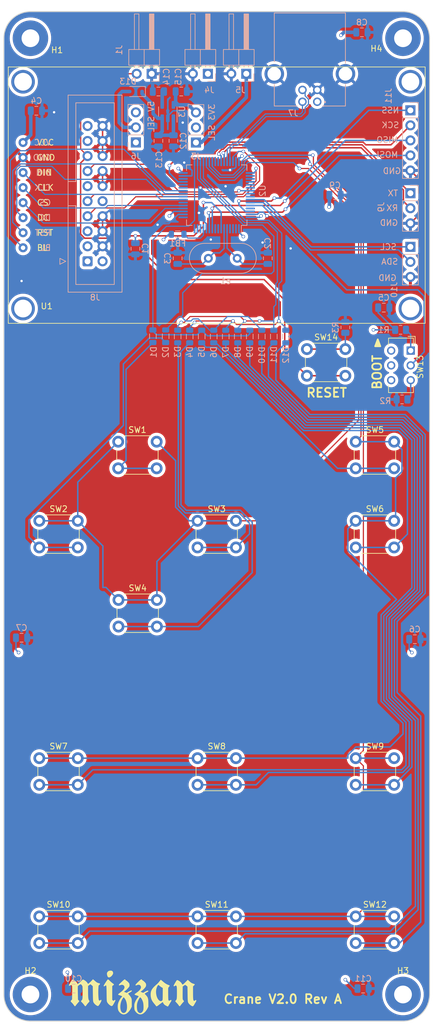
<source format=kicad_pcb>
(kicad_pcb (version 20221018) (generator pcbnew)
  (title_block (date "mar. 31 mars 2015"))
  (layers (0 "F.Cu" signal) (1 "In1.Cu" power) (2 "In2.Cu" power) (31 "B.Cu" signal) (34 "B.Paste" user) (35 "F.Paste" user) (36 "B.SilkS" user "B.Silkscreen") (37 "F.SilkS" user "F.Silkscreen") (38 "B.Mask" user) (39 "F.Mask" user) (44 "Edge.Cuts" user))
  (net 0 "")
  (net 1 "GND")
  (net 2 "+5V")
  (net 3 "+3V3")
  (net 4 "LCD_CLK")
  (net 5 "LCD_DIN")
  (net 6 "LCD_CS")
  (net 7 "LCD_BL")
  (net 8 "LCD_RST")
  (net 9 "LCD_DC")
  (net 10 "SW_C0")
  (net 11 "SW_C1")
  (net 12 "SW_C2")
  (net 13 "NRST")
  (net 14 "Net-(U2-PH0)")
  (net 15 "Net-(U2-PH1)")
  (net 16 "Net-(D13-K)")
  (net 17 "Net-(U3-BYP)")
  (net 18 "3.3V_REG")
  (net 19 "Net-(D1-A)")
  (net 20 "Net-(D2-A)")
  (net 21 "Net-(D3-A)")
  (net 22 "Net-(D4-A)")
  (net 23 "Net-(D5-A)")
  (net 24 "Net-(D6-A)")
  (net 25 "Net-(D7-A)")
  (net 26 "Net-(D8-A)")
  (net 27 "Net-(D9-A)")
  (net 28 "Net-(D10-A)")
  (net 29 "Net-(D11-A)")
  (net 30 "Net-(D12-A)")
  (net 31 "Net-(U2-VDDA)")
  (net 32 "BOOT0")
  (net 33 "3.3V_EXT")
  (net 34 "5V_EXT")
  (net 35 "USB_VBUS")
  (net 36 "USB_OTG_FS_D-")
  (net 37 "USB_OTG_FS_D+")
  (net 38 "JTMS_SWDIO")
  (net 39 "JTCK_SWCLK")
  (net 40 "JTDO_SWO")
  (net 66 "SW_R0")
  (net 67 "SW_R1")
  (net 68 "SW_R2")
  (net 69 "SW_R3")
  (net 74 "USART_TX")
  (net 75 "USART_RX")
  (net 76 "I2C_SCL")
  (net 77 "I2C_SDA")
  (net 78 "SPI_NSS")
  (net 79 "SPI_SCK")
  (net 80 "SPI_MISO")
  (net 81 "SPI_MOSI")
  (net 82 "Net-(R1-Pad2)")
  (net 83 "Net-(R2-Pad1)")
  (net 87 "Net-(R3-Pad2)")
  (footprint "Button_Switch_THT:SW_PUSH_6mm_H9.5mm" (layer "F.Cu") (at 97.56 208.7125)
    (fp_text reference "SW7")
    (fp_text value "SW_Push")
  )
  (footprint "Button_Switch_THT:SW_PUSH_6mm_H9.5mm" (layer "F.Cu") (at 97.56 168.625)
    (fp_text reference "SW2")
    (fp_text value "SW_Push")
  )
  (footprint "Button_Switch_THT:SW_PUSH_6mm_H9.5mm" (layer "F.Cu") (at 110.9475 181.9875)
    (fp_text reference "SW4")
    (fp_text value "SW_Push")
  )
  (footprint "Button_Switch_THT:SW_CuK_JS202011CQN_DPDT_Straight" (layer "F.Cu") (at 160.36 139.875 -90)
    (fp_text reference "SW13")
    (fp_text value "SW_Push_DPDT")
  )
  (footprint "MountingHole:MountingHole_3mm_Pad" (layer "F.Cu") (at 96.06 87.125)
    (fp_text reference "H1")
    (fp_text value "MountingHole")
  )
  (footprint "Button_Switch_THT:SW_PUSH_6mm_H9.5mm" (layer "F.Cu") (at 151.06 155.2625)
    (fp_text reference "SW5")
    (fp_text value "SW_Push")
  )
  (footprint "Button_Switch_THT:SW_PUSH_6mm_H9.5mm" (layer "F.Cu") (at 151.06 235.4375)
    (fp_text reference "SW12")
    (fp_text value "SW_Push")
  )
  (footprint "Button_Switch_THT:SW_PUSH_6mm_H9.5mm" (layer "F.Cu") (at 151.06 208.7125)
    (fp_text reference "SW9")
    (fp_text value "SW_Push")
  )
  (footprint "Waveshare_LCD_Module:Waveshare_LCD_Module_2_4in" (layer "F.Cu") (at 127.56 113.625)
    (fp_text reference "U1")
    (fp_text value "Waveshare_LCD_Module_2.4in")
  )
  (footprint "MountingHole:MountingHole_3mm_Pad" (layer "F.Cu") (at 96.06 248.625)
    (fp_text reference "H2")
    (fp_text value "MountingHole")
  )
  (footprint "Button_Switch_THT:SW_PUSH_6mm_H9.5mm" (layer "F.Cu") (at 124.31 235.4375)
    (fp_text reference "SW11")
    (fp_text value "SW_Push")
  )
  (footprint "Button_Switch_THT:SW_PUSH_6mm_H9.5mm" (layer "F.Cu") (at 142.81 139.625)
    (fp_text reference "SW14")
    (fp_text value "SW_Push")
  )
  (footprint "Button_Switch_THT:SW_PUSH_6mm_H9.5mm" (layer "F.Cu") (at 124.31 208.7125)
    (fp_text reference "SW8")
    (fp_text value "SW_Push")
  )
  (footprint "Button_Switch_THT:SW_PUSH_6mm_H9.5mm" (layer "F.Cu") (at 151.06 168.625)
    (fp_text reference "SW6")
    (fp_text value "SW_Push")
  )
  (footprint "MountingHole:MountingHole_3mm_Pad" (layer "F.Cu") (at 159.06 248.625)
    (fp_text reference "H3")
    (fp_text value "MountingHole")
  )
  (footprint "Button_Switch_THT:SW_PUSH_6mm_H9.5mm" (layer "F.Cu") (at 124.31 168.625)
    (fp_text reference "SW3")
    (fp_text value "SW_Push")
  )
  (footprint "Button_Switch_THT:SW_PUSH_6mm_H9.5mm" (layer "F.Cu") (at 97.56 235.4375)
    (fp_text reference "SW10")
    (fp_text value "SW_Push")
  )
  (footprint "MountingHole:MountingHole_3mm_Pad" (layer "F.Cu") (at 159.06 87.125)
    (fp_text reference "H4")
    (fp_text value "MountingHole")
  )
  (footprint "footprints:mizzan_logo" (layer "F.Cu") (at 113.336 249.261)
    (fp_text reference "G***" hide)
    (fp_text value "LOGO" hide)
  )
  (footprint "Button_Switch_THT:SW_PUSH_6mm_H9.5mm" (layer "F.Cu") (at 110.9 155.2625)
    (fp_text reference "SW1")
    (fp_text value "SW_Push")
  )
  (footprint "Connector_PinHeader_2.54mm:PinHeader_1x02_P2.54mm_Horizontal" (layer "B.Cu") (at 132.56 93.125 90)
    (fp_text reference "J5")
    (fp_text value "Conn_01x02_Male")
  )
  (footprint "Connector_PinHeader_2.54mm:PinHeader_1x05_P2.54mm_Vertical" (layer "B.Cu") (at 160.31 99.3 180)
    (fp_text reference "J11")
    (fp_text value "Conn_01x05")
  )
  (footprint "Capacitor_SMD:C_0805_2012Metric" (layer "B.Cu") (at 113.81 122.675 90)
    (fp_text reference "C1")
    (fp_text value "100nF")
  )
  (footprint "Capacitor_SMD:C_0805_2012Metric" (layer "B.Cu") (at 152.11 86.125 180)
    (fp_text reference "C8")
    (fp_text value "100nF")
  )
  (footprint "Capacitor_SMD:C_0805_2012Metric" (layer "B.Cu") (at 97.06 99.375 180)
    (fp_text reference "C4")
    (fp_text value "10nF")
  )
  (footprint "Inductor_SMD:L_0805_2012Metric" (layer "B.Cu") (at 122.988 137.501 -90)
    (fp_text reference "D4")
    (fp_text value "D")
  )
  (footprint "Connector_PinHeader_2.54mm:PinHeader_1x02_P2.54mm_Horizontal" (layer "B.Cu") (at 116.56 93.125 90)
    (fp_text reference "J1")
    (fp_text value "Conn_01x02_Male")
  )
  (footprint "Capacitor_SMD:C_0805_2012Metric" (layer "B.Cu") (at 121.56 96.125 180)
    (fp_text reference "C15")
    (fp_text value "1uF")
  )
  (footprint "Connector_IDC:IDC-Header_2x10_P2.54mm_Vertical" (layer "B.Cu") (at 105.716 124.801)
    (fp_text reference "J8")
    (fp_text value "Conn_ARM_JTAG_SWD_20")
  )
  (footprint "Inductor_SMD:L_0805_2012Metric" (layer "B.Cu") (at 131.116 137.501 -90)
    (fp_text reference "D8")
    (fp_text value "D")
  )
  (footprint "Inductor_SMD:L_0805_2012Metric" (layer "B.Cu") (at 133.148 137.501 -90)
    (fp_text reference "D9")
    (fp_text value "D")
  )
  (footprint "Inductor_SMD:L_0805_2012Metric" (layer "B.Cu") (at 118.924 137.4545 -90)
    (fp_text reference "D2")
    (fp_text value "D")
  )
  (footprint "Crystal:Crystal_HC49-U_Vertical" (layer "B.Cu") (at 131.026 124.293 180)
    (fp_text reference "e1")
    (fp_text value "9B-16.000MAAE-B")
  )
  (footprint "Capacitor_SMD:C_0805_2012Metric" (layer "B.Cu") (at 94.56 188.375 180)
    (fp_text reference "C7")
    (fp_text value "100nF")
  )
  (footprint "Capacitor_SMD:C_0805_2012Metric" (layer "B.Cu") (at 152.31 247.625 180)
    (fp_text reference "C11")
    (fp_text value "10uF")
  )
  (footprint "Connector_PinHeader_2.54mm:PinHeader_1x02_P2.54mm_Horizontal" (layer "B.Cu") (at 126.06 93.125 90)
    (fp_text reference "J4")
    (fp_text value "Conn_01x02_Male")
  )
  (footprint "Package_TO_SOT_SMD:SOT-23-5" (layer "B.Cu") (at 119.288 99.5095 90)
    (fp_text reference "U3")
    (fp_text value "LD3985M33R_SOT23")
  )
  (footprint "footprints:TE_292304-1" (layer "B.Cu") (at 143.31 93.14)
    (fp_text reference "J7")
    (fp_text value "292304-1")
  )
  (footprint "Inductor_SMD:L_0805_2012Metric" (layer "B.Cu") (at 120.956 120.229)
    (fp_text reference "FB1")
    (fp_text value "HZ0805E601R-10")
  )
  (footprint "Capacitor_SMD:C_0805_2012Metric" (layer "B.Cu") (at 117.698 96.125)
    (fp_text reference "C14")
    (fp_text value "10nF_X7R")
  )
  (footprint "Connector_PinHeader_2.54mm:PinHeader_1x03_P2.54mm_Vertical" (layer "B.Cu") (at 113.888 104.722)
    (fp_text reference "J6")
    (fp_text value "Conn_01x03_Male")
  )
  (footprint "Resistor_SMD:R_0805_2012Metric" (layer "B.Cu") (at 158.6475 136.375)
    (fp_text reference "R1")
    (fp_text value "10K")
  )
  (footprint "Diode_SMD:D_SOD-323" (layer "B.Cu") (at 113.888 96.125 180)
    (fp_text reference "D13")
    (fp_text value "BAT60AE6327HTSA1")
  )
  (footprint "Package_QFP:LQFP-64_10x10mm_P0.5mm" (layer "B.Cu") (at 127.56 113.625 90)
    (fp_text reference "U2")
    (fp_text value "STM32L476RGT6")
  )
  (footprint "Connector_PinHeader_2.54mm:PinHeader_1x03_P2.54mm_Vertical" (layer "B.Cu") (at 160.31 113.3 180)
    (fp_text reference "J9")
    (fp_text value "Conn_01x03")
  )
  (footprint "Inductor_SMD:L_0805_2012Metric" (layer "B.Cu") (at 139.244 137.501 -90)
    (fp_text reference "D12")
    (fp_text value "D")
  )
  (footprint "Capacitor_SMD:C_0805_2012Metric" (layer "B.Cu") (at 103.36 247.625 180)
    (fp_text reference "C10")
    (fp_text value "1uF")
  )
  (footprint "Resistor_SMD:R_0805_2012Metric" (layer "B.Cu") (at 158.8975 148.125 180)
    (fp_text reference "R2")
    (fp_text value "10K")
  )
  (footprint "Inductor_SMD:L_0805_2012Metric" (layer "B.Cu") (at 127.052 137.501 -90)
    (fp_text reference "D6")
    (fp_text value "D")
  )
  (footprint "Capacitor_SMD:C_0805_2012Metric" (layer "B.Cu") (at 161.06 188.625 180)
    (fp_text reference "C6")
    (fp_text value "100nF")
  )
  (footprint "Capacitor_SMD:C_0805_2012Metric" (layer "B.Cu") (at 117.698 104.457 90)
    (fp_text reference "C13")
    (fp_text value "100nF")
  )
  (footprint "Inductor_SMD:L_0805_2012Metric" (layer "B.Cu") (at 137.212 137.501 -90)
    (fp_text reference "D11")
    (fp_text value "D")
  )
  (footprint "Capacitor_SMD:C_0805_2012Metric" (layer "B.Cu") (at 136.196 124.293 -90)
    (fp_text reference "C2")
    (fp_text value "20pF")
  )
  (footprint "Capacitor_SMD:C_0805_2012Metric" (layer "B.Cu") (at 155.81 132.625 180)
    (fp_text reference "C5")
    (fp_text value "10nF")
  )
  (footprint "Inductor_SMD:L_0805_2012Metric" (layer "B.Cu") (at 116.765 137.4545 -90)
    (fp_text reference "D1")
    (fp_text value "D")
  )
  (footprint "Inductor_SMD:L_0805_2012Metric" (layer "B.Cu") (at 120.956 137.501 -90)
    (fp_text reference "D3")
    (fp_text value "D")
  )
  (footprint "Connector_PinHeader_2.54mm:PinHeader_1x03_P2.54mm_Vertical" (layer "B.Cu") (at 124.048 104.737)
    (fp_text reference "J3")
    (fp_text value "Conn_01x03_Male")
  )
  (footprint "Inductor_SMD:L_0805_2012Metric" (layer "B.Cu") (at 129.084 137.501 -90)
    (fp_text reference "D7")
    (fp_text value "D")
  )
  (footprint "Capacitor_SMD:C_0805_2012Metric" (layer "B.Cu") (at 120.956 124.293 -90)
    (fp_text reference "C3")
    (fp_text value "20pF")
  )
  (footprint "Resistor_SMD:R_0805_2012Metric" (layer "B.Cu") (at 149.31 135.9625 -90)
    (fp_text reference "R3")
    (fp_text value "100")
  )
  (footprint "Capacitor_SMD:C_0805_2012Metric" (layer "B.Cu") (at 147.56 113.625 180)
    (fp_text reference "C9")
    (fp_text value "100nF")
  )
  (footprint "Connector_PinHeader_2.54mm:PinHeader_1x03_P2.54mm_Vertical" (layer "B.Cu") (at 160.31 122.355 180)
    (fp_text reference "J10")
    (fp_text value "Conn_01x03")
  )
  (footprint "Inductor_SMD:L_0805_2012Metric" (layer "B.Cu") (at 125.02 137.501 -90)
    (fp_text reference "D5")
    (fp_text value "D")
  )
  (footprint "Capacitor_SMD:C_0805_2012Metric" (layer "B.Cu") (at 120.238 104.457 90)
    (fp_text reference "C12")
    (fp_text value "1uF_X5R")
  )
  (footprint "Inductor_SMD:L_0805_2012Metric" (layer "B.Cu") (at 135.18 137.501 -90)
    (fp_text reference "D10")
    (fp_text value "D")
  )
  (gr_line (start 91.56 248.625) (end 91.56 87.125) (stroke (width 0.15)) (layer "Edge.Cuts"))
  (gr_arc (start 159.06 82.625) (mid 162.241981 83.943019) (end 163.56 87.125) (stroke (width 0.15)) (layer "Edge.Cuts"))
  (gr_arc (start 163.56 248.625) (mid 162.241981 251.806981) (end 159.06 253.125) (stroke (width 0.15)) (layer "Edge.Cuts"))
  (gr_arc (start 91.56 87.125) (mid 92.878019 83.943019) (end 96.06 82.625) (stroke (width 0.15)) (layer "Edge.Cuts"))
  (gr_line (start 159.06 253.125) (end 96.06 253.125) (stroke (width 0.15)) (layer "Edge.Cuts"))
  (gr_arc (start 96.06 253.125) (mid 92.878019 251.806981) (end 91.56 248.625) (stroke (width 0.15)) (layer "Edge.Cuts"))
  (gr_line (start 163.56 87.125) (end 163.56 248.625) (stroke (width 0.15)) (layer "Edge.Cuts"))
  (gr_line (start 96.06 82.625) (end 159.06 82.625) (stroke (width 0.15)) (layer "Edge.Cuts"))
  (gr_text "RX" (at 158.31 116.38) (layer "B.SilkS") (effects (font (size 1 1)) (justify left bottom mirror)))
  (gr_text "GND" (at 158.31 118.88) (layer "B.SilkS") (effects (font (size 1 1)) (justify left bottom mirror)))
  (gr_text "GND" (at 158.06 128.185) (layer "B.SilkS") (effects (font (size 1 1)) (justify left bottom mirror)))
  (gr_text "NSS" (at 158.48738 99.88) (layer "B.SilkS") (effects (font (size 1 1)) (justify left bottom mirror)))
  (gr_text "MOSI\n" (at 158.31 107.38) (layer "B.SilkS") (effects (font (size 1 1)) (justify left bottom mirror)))
  (gr_text "GND" (at 158.81 110.13) (layer "B.SilkS") (effects (font (size 1 1)) (justify left bottom mirror)))
  (gr_text "5V SEL" (at 117.06 97.625 90) (layer "B.SilkS") (effects (font (size 1 1)) (justify left bottom mirror)))
  (gr_text "SCL" (at 158.06 122.935) (layer "B.SilkS") (effects (font (size 1 1)) (justify left bottom mirror)))
  (gr_text "MISO" (at 158.31 104.88) (layer "B.SilkS") (effects (font (size 1 1)) (justify left bottom mirror)))
  (gr_text "SCK" (at 158.48738 102.38) (layer "B.SilkS") (effects (font (size 1 1)) (justify left bottom mirror)))
  (gr_text "SDA" (at 158.31 125.435) (layer "B.SilkS") (effects (font (size 1 1)) (justify left bottom mirror)))
  (gr_text "TX" (at 158.31 113.88) (layer "B.SilkS") (effects (font (size 1 1)) (justify left bottom mirror)))
  (gr_text "3V3 SEL" (at 127.31 98.125 90) (layer "B.SilkS") (effects (font (size 1 1)) (justify left bottom mirror)))
  (gr_text "Crane V2.0 Rev A" (at 128.576 250.277) (layer "F.SilkS") (effects (font (size 1.5 1.5) (thickness 0.3) bold) (justify left bottom)))
  (gr_text "BOOT ► " (at 155.56 146.625 90) (layer "F.SilkS") (effects (font (size 1.5 1.5) (thickness 0.3) bold) (justify left bottom)))
  (gr_text "RESET\n" (at 142.56 147.875) (layer "F.SilkS") (effects (font (size 1.5 1.5) (thickness 0.3) bold) (justify left bottom)))
  (segment (start 162.06 117.125) (end 161.565 117.125) (width 0.25) (layer "F.Cu") (net 1))
  (segment (start 160.31 109.46) (end 162.06 111.21) (width 0.25) (layer "F.Cu") (net 1))
  (segment (start 108.256 109.561) (end 108.256 112.101) (width 0.25) (layer "F.Cu") (net 1))
  (segment (start 108.256 117.181) (end 108.256 119.721) (width 0.25) (layer "F.Cu") (net 1))
  (segment (start 108.256 101.941) (end 108.256 107.021) (width 0.25) (layer "F.Cu") (net 1))
  (segment (start 162.06 111.21) (end 162.06 117.125) (width 0.25) (layer "F.Cu") (net 1))
  (segment (start 161.565 117.125) (end 160.31 118.38) (width 0.25) (layer "F.Cu") (net 1))
  (via (at 100.06 99.625) (size 0.6) (drill 0.4) (layers "F.Cu" "B.Cu") (net 1))
  (via (at 122.06 108.125) (size 0.6) (drill 0.4) (layers "F.Cu" "B.Cu") (net 1))
  (via (at 140.06 122.625) (size 0.6) (drill 0.4) (layers "F.Cu" "B.Cu") (net 1))
  (via (at 94.56 128.125) (size 0.6) (drill 0.4) (layers "F.Cu" "B.Cu") (net 1))
  (via (at 117.56 118.625) (size 0.6) (drill 0.4) (layers "F.Cu" "B.Cu") (net 1))
  (via (at 124.81 112.375) (size 0.6) (drill 0.4) (layers "F.Cu" "B.Cu") (net 1))
  (via (at 129.81 109.375) (size 0.6) (drill 0.4) (layers "F.Cu" "B.Cu") (net 1))
  (via (at 129.06 112.125) (size 0.6) (drill 0.4) (layers "F.Cu" "B.Cu") (net 1))
  (via (at 135.31 121.625) (size 0.6) (drill 0.4) (layers "F.Cu" "B.Cu") (net 1))
  (via (at 136.06 117.125) (size 0.6) (drill 0.4) (layers "F.Cu" "B.Cu") (net 1))
  (via (at 124.56 116.625) (size 0.6) (drill 0.4) (layers "F.Cu" "B.Cu") (net 1))
  (via (at 126.56 121.125) (size 0.6) (drill 0.4) (layers "F.Cu" "B.Cu") (net 1))
  (via (at 121.81 101.375) (size 0.6) (drill 0.4) (layers "F.Cu" "B.Cu") (net 1))
  (segment (start 125.81 118.459315) (end 124.56 117.209315) (width 0.25) (layer "B.Cu") (net 1))
  (segment (start 120.175749 99.375) (end 120.81 99.375) (width 0.25) (layer "B.Cu") (net 1))
  (segment (start 135.435 116.5) (end 136.06 117.125) (width 0.25) (layer "B.Cu") (net 1))
  (segment (start 119.288 100.262749) (end 120.175749 99.375) (width 0.25) (layer "B.Cu") (net 1))
  (segment (start 133.235 116.875) (end 134.426116 116.875) (width 0.25) (layer "B.Cu") (net 1))
  (segment (start 99.81 99.375) (end 100.06 99.625) (width 0.25) (layer "B.Cu") (net 1))
  (segment (start 116.748 96.125) (end 116.56 95.937) (width 0.25) (layer "B.Cu") (net 1))
  (segment (start 130.81 107.95) (end 130.81 108.875) (width 0.25) (layer "B.Cu") (net 1))
  (segment (start 120.81 99.375) (end 121.81 100.375) (width 0.25) (layer "B.Cu") (net 1))
  (segment (start 119.469315 118.45) (end 117.735 118.45) (width 0.25) (layer "B.Cu") (net 1))
  (segment (start 116.56 95.937) (end 116.56 93.125) (width 0.25) (layer "B.Cu") (net 1))
  (segment (start 121.885 116.875) (end 121.044315 116.875) (width 0.25) (layer "B.Cu") (net 1))
  (segment (start 119.288 100.647) (end 119.188 100.547) (width 0.25) (layer "B.Cu") (net 1))
  (segment (start 121.885 110.375) (end 123.31 110.375) (width 0.25) (layer "B.Cu") (net 1))
  (segment (start 134.426116 116.875) (end 134.801116 116.5) (width 0.25) (layer "B.Cu") (net 1))
  (segment (start 123.385 109.45) (end 122.06 108.125) (width 0.25) (layer "B.Cu") (net 1))
  (segment (start 134.801116 116.5) (end 135.435 116.5) (width 0.25) (layer "B.Cu") (net 1))
  (segment (start 130.06 109.125) (end 129.81 109.375) (width 0.25) (layer "B.Cu") (net 1))
  (segment (start 117.735 118.45) (end 117.56 118.625) (width 0.25) (layer "B.Cu") (net 1))
  (segment (start 119.288 100.647) (end 119.288 100.262749) (width 0.25) (layer "B.Cu") (net 1))
  (segment (start 130.81 108.875) (end 130.56 109.125) (width 0.25) (layer "B.Cu") (net 1))
  (segment (start 124.56 117.209315) (end 124.56 116.625) (width 0.25) (layer "B.Cu") (net 1))
  (segment (start 121.81 100.375) (end 121.81 101.375) (width 0.25) (layer "B.Cu") (net 1))
  (segment (start 123.31 110.375) (end 123.385 110.3) (width 0.25) (layer "B.Cu") (net 1))
  (segment (start 98.01 99.375) (end 99.81 99.375) (width 0.25) (layer "B.Cu") (net 1))
  (segment (start 130.56 109.125) (end 130.06 109.125) (width 0.25) (layer "B.Cu") (net 1))
  (segment (start 121.044315 116.875) (end 119.469315 118.45) (width 0.25) (layer "B.Cu") (net 1))
  (segment (start 123.385 110.3) (end 123.385 109.45) (width 0.25) (layer "B.Cu") (net 1))
  (segment (start 125.81 119.3) (end 125.81 118.459315) (width 0.25) (layer "B.Cu") (net 1))
  (segment (start 112.838 96.125) (end 111.56 96.125) (width 0.6) (layer "B.Cu") (net 2))
  (segment (start 111.06 96.625) (end 111.06 101.375) (width 0.6) (layer "B.Cu") (net 2))
  (segment (start 111.06 101.375) (end 111.867 102.182) (width 0.6) (layer "B.Cu") (net 2))
  (segment (start 111.56 96.125) (end 111.06 96.625) (width 0.6) (layer "B.Cu") (net 2))
  (segment (start 111.867 102.182) (end 113.888 102.182) (width 0.6) (layer "B.Cu") (net 2))
  (via (at 148.56 86.625) (size 0.6) (drill 0.4) (layers "F.Cu" "B.Cu") (net 3))
  (via (at 119.56 117.125) (size 0.6) (drill 0.4) (layers "F.Cu" "B.Cu") (net 3))
  (via (at 146.56 115.625) (size 0.6) (drill 0.4) (layers "F.Cu" "B.Cu") (net 3))
  (via (at 131.823848 107.013329) (size 0.6) (drill 0.4) (layers "F.Cu" "B.Cu") (net 3))
  (via (at 135.06 117.125) (size 0.6) (drill 0.4) (layers "F.Cu" "B.Cu") (net 3))
  (via (at 102.31 244.875) (size 0.6) (drill 0.4) (layers "F.Cu" "B.Cu") (net 3))
  (via (at 154.06 136.375) (size 0.6) (drill 0.4) (layers "F.Cu" "B.Cu") (net 3))
  (via (at 121.06 109.125) (size 0.6) (drill 0.4) (layers "F.Cu" "B.Cu") (net 3))
  (via (at 94.06 190.875) (size 0.6) (drill 0.4) (layers "F.Cu" "B.Cu") (net 3))
  (via (at 118.56 121.125) (size 0.6) (drill 0.4) (layers "F.Cu" "B.Cu") (net 3))
  (via (at 160.56 190.875) (size 0.6) (drill 0.4) (layers "F.Cu" "B.Cu") (net 3))
  (via (at 132.06 120.625) (size 0.6) (drill 0.4) (layers "F.Cu" "B.Cu") (net 3))
  (via (at 149.31 246.125) (size 0.6) (drill 0.4) (layers "F.Cu" "B.Cu") (net 3))
  (segment (start 93.61 190.425) (end 94.06 190.875) (width 0.25) (layer "B.Cu") (net 3))
  (segment (start 146.61 115.575) (end 146.56 115.625) (width 0.6) (layer "B.Cu") (net 3))
  (segment (start 121.885 116.375) (end 120.31 116.375) (width 0.25) (layer "B.Cu") (net 3))
  (segment (start 151.16 86.125) (end 149.06 86.125) (width 0.6) (layer "B.Cu") (net 3))
  (segment (start 160.11 188.625) (end 160.11 190.425) (width 0.25) (layer "B.Cu") (net 3))
  (segment (start 102.41 247.625) (end 102.41 244.975) (width 0.25) (layer "B.Cu") (net 3))
  (segment (start 96.11 99.375) (end 96.11 103.435) (width 0.6) (layer "B.Cu") (net 3))
  (segment (start 120.31 116.375) (end 119.56 117.125) (width 0.25) (layer "B.Cu") (net 3))
  (segment (start 133.235 117.375) (end 134.81 117.375) (width 0.25) (layer "B.Cu") (net 3))
  (segment (start 96.11 103.435) (end 94.81 104.735) (width 0.6) (layer "B.Cu") (net 3))
  (segment (start 134.81 117.375) (end 135.06 117.125) (width 0.25) (layer "B.Cu") (net 3))
  (segment (start 121.885 109.875) (end 121.81 109.875) (width 0.25) (layer "B.Cu") (net 3))
  (segment (start 146.61 113.625) (end 146.61 115.575) (width 0.6) (layer "B.Cu") (net 3))
  (segment (start 151.36 247.625) (end 150.81 247.625) (width 0.25) (layer "B.Cu") (net 3))
  (segment (start 121.81 109.875) (end 121.06 109.125) (width 0.25) (layer "B.Cu") (net 3))
  (segment (start 150.81 247.625) (end 149.31 246.125) (width 0.25) (layer "B.Cu") (net 3))
  (segment (start 119.8935 120.229) (end 119.456 120.229) (width 0.25) (layer "B.Cu") (net 3))
  (segment (start 131.31 107.527177) (end 131.31 107.95) (width 0.25) (layer "B.Cu") (net 3))
  (segment (start 131.31 119.875) (end 132.06 120.625) (width 0.25) (layer "B.Cu") (net 3))
  (segment (start 131.31 119.3) (end 131.31 119.875) (width 0.25) (layer "B.Cu") (net 3))
  (segment (start 154.86 133.5) (end 157.735 136.375) (width 0.25) (layer "B.Cu") (net 3))
  (segment (start 160.11 190.425) (end 160.56 190.875) (width 0.25) (layer "B.Cu") (net 3))
  (segment (start 131.823848 107.013329) (end 131.31 107.527177) (width 0.25) (layer "B.Cu") (net 3))
  (segment (start 119.456 120.229) (end 118.56 121.125) (width 0.25) (layer "B.Cu") (net 3))
  (segment (start 149.06 86.125) (end 148.56 86.625) (width 0.6) (layer "B.Cu") (net 3))
  (segment (start 157.735 136.375) (end 154.06 136.375) (width 0.25) (layer "B.Cu") (net 3))
  (segment (start 102.41 244.975) (end 102.31 244.875) (width 0.25) (layer "B.Cu") (net 3))
  (segment (start 93.61 188.375) (end 93.61 190.425) (width 0.25) (layer "B.Cu") (net 3))
  (segment (start 154.86 132.625) (end 154.86 133.5) (width 0.25) (layer "B.Cu") (net 3))
  (segment (start 108.732346 115.791) (end 109.148346 115.375) (width 0.2) (layer "B.Cu") (net 4))
  (segment (start 94.81 112.355) (end 98.246 115.791) (width 0.2) (layer "B.Cu") (net 4))
  (segment (start 98.246 115.791) (end 108.732346 115.791) (width 0.2) (layer "B.Cu") (net 4))
  (segment (start 109.148346 115.375) (end 121.885 115.375) (width 0.2) (layer "B.Cu") (net 4))
  (segment (start 118.06 114.375) (end 121.885 114.375) (width 0.2) (layer "B.Cu") (net 5))
  (segment (start 98.486 113.491) (end 117.176 113.491) (width 0.2) (layer "B.Cu") (net 5))
  (segment (start 94.81 109.815) (end 98.486 113.491) (width 0.2) (layer "B.Cu") (net 5))
  (segment (start 117.176 113.491) (end 118.06 114.375) (width 0.2) (layer "B.Cu") (net 5))
  (segment (start 94.81 114.895) (end 98.246 118.331) (width 0.2) (layer "B.Cu") (net 6))
  (segment (start 116.354 118.331) (end 118.81 115.875) (width 0.2) (layer "B.Cu") (net 6))
  (segment (start 118.81 115.875) (end 121.885 115.875) (width 0.2) (layer "B.Cu") (net 6))
  (segment (start 98.246 118.331) (end 116.354 118.331) (width 0.2) (layer "B.Cu") (net 6))
  (segment (start 118.875686 112.875) (end 121.885 112.875) (width 0.2) (layer "B.Cu") (net 7))
  (segment (start 95.56 106.125) (end 95.814 105.871) (width 0.2) (layer "B.Cu") (net 7))
  (segment (start 95.814 105.871) (end 111.871686 105.871) (width 0.2) (layer "B.Cu") (net 7))
  (segment (start 94.81 122.515) (end 92.66 120.365) (width 0.2) (layer "B.Cu") (net 7))
  (segment (start 94.31 106.125) (end 95.56 106.125) (width 0.2) (layer "B.Cu") (net 7))
  (segment (start 111.871686 105.871) (end 118.875686 112.875) (width 0.2) (layer "B.Cu") (net 7))
  (segment (start 92.66 120.365) (end 92.66 107.775) (width 0.2) (layer "B.Cu") (net 7))
  (segment (start 92.66 107.775) (end 94.31 106.125) (width 0.2) (layer "B.Cu") (net 7))
  (segment (start 118.81 113.375) (end 121.885 113.375) (width 0.2) (layer "B.Cu") (net 8))
  (segment (start 93.06 118.225) (end 93.06 109.49742) (width 0.2) (layer "B.Cu") (net 8))
  (segment (start 94.81 119.975) (end 93.06 118.225) (width 0.2) (layer "B.Cu") (net 8))
  (segment (start 113.788 108.353) (end 118.81 113.375) (width 0.2) (layer "B.Cu") (net 8))
  (segment (start 93.06 109.49742) (end 94.20442 108.353) (width 0.2) (layer "B.Cu") (net 8))
  (segment (start 94.20442 108.353) (end 113.788 108.353) (width 0.2) (layer "B.Cu") (net 8))
  (segment (start 115.636 110.951) (end 118.56 113.875) (width 0.2) (layer "B.Cu") (net 9))
  (segment (start 93.748 116.373) (end 93.748 109.375105) (width 0.2) (layer "B.Cu") (net 9))
  (segment (start 99.688 108.753) (end 101.886 110.951) (width 0.2) (layer "B.Cu") (net 9))
  (segment (start 118.56 113.875) (end 121.885 113.875) (width 0.2) (layer "B.Cu") (net 9))
  (segment (start 93.748 109.375105) (end 94.370105 108.753) (width 0.2) (layer "B.Cu") (net 9))
  (segment (start 94.81 117.435) (end 93.748 116.373) (width 0.2) (layer "B.Cu") (net 9))
  (segment (start 94.370105 108.753) (end 99.688 108.753) (width 0.2) (layer "B.Cu") (net 9))
  (segment (start 101.886 110.951) (end 115.636 110.951) (width 0.2) (layer "B.Cu") (net 9))
  (segment (start 145.96 112.025) (end 146.21 112.025) (width 0.2) (layer "F.Cu") (net 10))
  (segment (start 143.06 109.125) (end 145.96 112.025) (width 0.2) (layer "F.Cu") (net 10))
  (segment (start 134.56 168.625) (end 130.81 168.625) (width 0.2) (layer "F.Cu") (net 10))
  (segment (start 146.21 112.025) (end 151.56 117.375) (width 0.2) (layer "F.Cu") (net 10))
  (segment (start 151.56 151.625) (end 134.56 168.625) (width 0.2) (layer "F.Cu") (net 10))
  (segment (start 141.56 109.125) (end 143.06 109.125) (width 0.2) (layer "F.Cu") (net 10))
  (segment (start 151.56 117.375) (end 151.56 151.625) (width 0.2) (layer "F.Cu") (net 10))
  (via (at 141.56 109.125) (size 0.6) (drill 0.4) (layers "F.Cu" "B.Cu") (net 10))
  (segment (start 120.61 158.4725) (end 117.4 155.2625) (width 0.25) (layer "B.Cu") (net 10))
  (segment (start 104.06 162.1025) (end 110.9 155.2625) (width 0.25) (layer "B.Cu") (net 10))
  (segment (start 104.06 168.625) (end 97.56 168.625) (width 0.25) (layer "B.Cu") (net 10))
  (segment (start 104.06 168.625) (end 104.06 162.1025) (width 0.25) (layer "B.Cu") (net 10))
  (segment (start 140.56 108.125) (end 141.56 109.125) (width 0.2) (layer "B.Cu") (net 10))
  (segment (start 104.06 168.625) (end 108.31 172.875) (width 0.25) (layer "B.Cu") (net 10))
  (segment (start 132.609999 108.325001) (end 132.81 108.125) (width 0.2) (layer "B.Cu") (net 10))
  (segment (start 117.4475 181.9875) (end 117.4475 175.4875) (width 0.25) (layer "B.Cu") (net 10))
  (segment (start 108.31 172.875) (end 108.31 179.875) (width 0.25) (layer "B.Cu") (net 10))
  (segment (start 128.0483 111.125) (end 130.571701 111.125) (width 0.2) (layer "B.Cu") (net 10))
  (segment (start 124.31 168.625) (end 130.81 168.625) (width 0.25) (layer "B.Cu") (net 10))
  (segment (start 132.61 109.086701) (end 132.609999 108.325001) (width 0.2) (layer "B.Cu") (net 10))
  (segment (start 108.31 179.875) (end 108.835 179.875) (width 0.25) (layer "B.Cu") (net 10))
  (segment (start 132.81 108.125) (end 140.56 108.125) (width 0.2) (layer "B.Cu") (net 10))
  (segment (start 117.4475 175.4875) (end 124.31 168.625) (width 0.25) (layer "B.Cu") (net 10))
  (segment (start 117.4475 181.9875) (end 110.9475 181.9875) (width 0.25) (layer "B.Cu") (net 10))
  (segment (start 125.81 108.8867) (end 128.0483 111.125) (width 0.2) (layer "B.Cu") (net 10))
  (segment (start 120.61 166.311396) (end 120.61 158.4725) (width 0.25) (layer "B.Cu") (net 10))
  (segment (start 124.31 168.625) (end 122.923604 168.625) (width 0.25) (layer "B.Cu") (net 10))
  (segment (start 130.571701 111.125) (end 132.61 109.086701) (width 0.2) (layer "B.Cu") (net 10))
  (segment (start 122.923604 168.625) (end 120.61 166.311396) (width 0.25) (layer "B.Cu") (net 10))
  (segment (start 125.81 107.95) (end 125.81 108.8867) (width 0.2) (layer "B.Cu") (net 10))
  (segment (start 108.835 179.875) (end 110.9475 181.9875) (width 0.25) (layer "B.Cu") (net 10))
  (segment (start 143.31 108.375) (end 151.96 117.025) (width 0.2) (layer "F.Cu") (net 11))
  (segment (start 151.96 154.3625) (end 151.06 155.2625) (width 0.2) (layer "F.Cu") (net 11))
  (segment (start 151.96 117.025) (end 151.96 154.3625) (width 0.2) (layer "F.Cu") (net 11))
  (via (at 143.31 108.375) (size 0.6) (drill 0.4) (layers "F.Cu" "B.Cu") (net 11))
  (segment (start 143.31 107.875) (end 143.31 108.375) (width 0.2) (layer "B.Cu") (net 11))
  (segment (start 157.56 168.625) (end 151.06 168.625) (width 0.25) (layer "B.Cu") (net 11))
  (segment (start 158.885 156.5875) (end 158.885 160.311333) (width 0.25) (layer "B.Cu") (net 11))
  (segment (start 130.81 208.7125) (end 149.735 208.7125) (width 0.25) (layer "B.Cu") (net 11))
  (segment (start 157.56 155.2625) (end 158.885 156.5875) (width 0.25) (layer "B.Cu") (net 11))
  (segment (start 159.06 204.625) (end 159.06 202.80698) (width 0.25) (layer "B.Cu") (net 11))
  (segment (start 104.06 208.7125) (end 124.31 208.7125) (width 0.25) (layer "B.Cu") (net 11))
  (segment (start 159.06 202.80698) (end 155.36 199.10698) (width 0.25) (layer "B.Cu") (net 11))
  (segment (start 158.885 160.311333) (end 157.81 161.386333) (width 0.25) (layer "B.Cu") (net 11))
  (segment (start 132.21 108.040686) (end 132.875686 107.375) (width 0.2) (layer "B.Cu") (net 11))
  (segment (start 130.506015 110.625) (end 132.21 108.921015) (width 0.2) (layer "B.Cu") (net 11))
  (segment (start 157.81 168.375) (end 157.56 168.625) (width 0.25) (layer "B.Cu") (net 11))
  (segment (start 126.31 107.95) (end 126.31 108.821015) (width 0.2) (layer "B.Cu") (net 11))
  (segment (start 151.073667 206.825) (end 156.86 206.825) (width 0.25) (layer "B.Cu") (net 11))
  (segment (start 155.36 184.506624) (end 157.963895 181.902728) (width 0.25) (layer "B.Cu") (net 11))
  (segment (start 149.735 169.95) (end 151.06 168.625) (width 0.25) (layer "B.Cu") (net 11))
  (segment (start 149.735 208.163667) (end 151.073667 206.825) (width 0.25) (layer "B.Cu") (net 11))
  (segment (start 151.06 155.2625) (end 157.56 155.2625) (width 0.25) (layer "B.Cu") (net 11))
  (segment (start 132.875686 107.375) (end 142.81 107.375) (width 0.2) (layer "B.Cu") (net 11))
  (segment (start 149.735 208.7125) (end 149.735 208.163667) (width 0.25) (layer "B.Cu") (net 11))
  (segment (start 142.81 107.375) (end 143.31 107.875) (width 0.2) (layer "B.Cu") (net 11))
  (segment (start 156.86 206.825) (end 159.06 204.625) (width 0.25) (layer "B.Cu") (net 11))
  (segment (start 157.81 161.386333) (end 157.81 168.375) (width 0.25) (layer "B.Cu") (net 11))
  (segment (start 157.963895 181.902728) (end 149.735 173.673833) (width 0.25) (layer "B.Cu") (net 11))
  (segment (start 126.31 108.821015) (end 128.113985 110.625) (width 0.2) (layer "B.Cu") (net 11))
  (segment (start 104.06 208.7125) (end 97.56 208.7125) (width 0.25) (layer "B.Cu") (net 11))
  (segment (start 149.735 173.673833) (end 149.735 169.95) (width 0.25) (layer "B.Cu") (net 11))
  (segment (start 124.31 208.7125) (end 130.81 208.7125) (width 0.25) (layer "B.Cu") (net 11))
  (segment (start 155.36 199.10698) (end 155.36 184.506624) (width 0.25) (layer "B.Cu") (net 11))
  (segment (start 128.113985 110.625) (end 130.506015 110.625) (width 0.2) (layer "B.Cu") (net 11))
  (segment (start 132.21 108.921015) (end 132.21 108.040686) (width 0.2) (layer "B.Cu") (net 11))
  (segment (start 152.36 210.0125) (end 152.36 234.1375) (width 0.2) (layer "F.Cu") (net 12))
  (segment (start 152.36 116.859314) (end 152.36 207.4125) (width 0.2) (layer "F.Cu") (net 12))
  (segment (start 151.06 208.7125) (end 152.36 210.0125) (width 0.2) (layer "F.Cu") (net 12))
  (segment (start 152.36 207.4125) (end 151.06 208.7125) (width 0.2) (layer "F.Cu") (net 12))
  (segment (start 143.91 108.409314) (end 152.36 116.859314) (width 0.2) (layer "F.Cu") (net 12))
  (segment (start 143.91 106.975) (end 143.91 108.409314) (width 0.2) (layer "F.Cu") (net 12))
  (segment (start 143.81 106.875) (end 143.91 106.975) (width 0.2) (layer "F.Cu") (net 12))
  (segment (start 152.36 234.1375) (end 151.06 235.4375) (width 0.2) (layer "F.Cu") (net 12))
  (via (at 143.81 106.875) (size 0.6) (drill 0.4) (layers "F.Cu" "B.Cu") (net 12))
  (segment (start 130.81 235.4375) (end 151.06 235.4375) (width 0.25) (layer "B.Cu") (net 12))
  (segment (start 128.27967 110.225) (end 130.34033 110.225) (width 0.2) (layer "B.Cu") (net 12))
  (segment (start 126.81 108.75533) (end 128.27967 110.225) (width 0.2) (layer "B.Cu") (net 12))
  (segment (start 97.56 235.4375) (end 104.06 235.4375) (width 0.25) (layer "B.Cu") (net 12))
  (segment (start 131.81 108.75533) (end 131.81 107.875) (width 0.2) (layer "B.Cu") (net 12))
  (segment (start 126.81 107.95) (end 126.81 108.75533) (width 0.2) (layer "B.Cu") (net 12))
  (segment (start 104.06 235.4375) (end 124.31 235.4375) (width 0.25) (layer "B.Cu") (net 12))
  (segment (start 132.81 106.875) (end 143.81 106.875) (width 0.2) (layer "B.Cu") (net 12))
  (segment (start 151.06 235.4375) (end 157.56 235.4375) (width 0.25) (layer "B.Cu") (net 12))
  (segment (start 130.34033 110.225) (end 131.81 108.75533) (width 0.2) (layer "B.Cu") (net 12))
  (segment (start 131.81 107.875) (end 132.81 106.875) (width 0.2) (layer "B.Cu") (net 12))
  (segment (start 124.31 235.4375) (end 130.81 235.4375) (width 0.25) (layer "B.Cu") (net 12))
  (segment (start 151.06 208.7125) (end 157.56 208.7125) (width 0.25) (layer "B.Cu") (net 12))
  (segment (start 139.06 140.375) (end 139.06 131.375) (width 0.25) (layer "F.Cu") (net 13))
  (segment (start 110.185 120.5) (end 115.81 120.5) (width 0.25) (layer "F.Cu") (net 13))
  (segment (start 104.56 115.146701) (end 104.541 115.165701) (width 0.25) (layer "F.Cu") (net 13))
  (segment (start 119.81 127.875) (end 115.81 123.875) (width 0.25) (layer "F.Cu") (net 13))
  (segment (start 105.716 107.021) (end 104.56 105.865) (width 0.2) (layer "F.Cu") (net 13))
  (segment (start 142.81 144.125) (end 139.06 140.375) (width 0.25) (layer "F.Cu") (net 13))
  (segment (start 125.31 118.875) (end 125.31 114.875) (width 0.25) (layer "F.Cu") (net 13))
  (segment (start 115.81 123.875) (end 115.81 120.5) (width 0.25) (layer "F.Cu") (net 13))
  (segment (start 107.56 96.625) (end 111.06 93.125) (width 0.2) (layer "F.Cu") (net 13))
  (segment (start 111.06 93.125) (end 114.02 93.125) (width 0.2) (layer "F.Cu") (net 13))
  (segment (start 104.56 99.625) (end 107.56 96.625) (width 0.2) (layer "F.Cu") (net 13))
  (segment (start 123.685 120.5) (end 125.31 118.875) (width 0.25) (layer "F.Cu") (net 13))
  (segment (start 105.229299 120.896) (end 109.789 120.896) (width 0.25) (layer "F.Cu") (net 13))
  (segment (start 104.541 108.196) (end 104.541 115.127701) (width 0.25) (layer "F.Cu") (net 13))
  (segment (start 105.716 107.021) (end 104.541 108.196) (width 0.25) (layer "F.Cu") (net 13))
  (segment (start 135.56 127.875) (end 119.81 127.875) (width 0.25) (layer "F.Cu") (net 13))
  (segment (start 104.541 120.207701) (end 105.229299 120.896) (width 0.25) (layer "F.Cu") (net 13))
  (segment (start 149.31 144.125) (end 142.81 144.125) (width 0.25) (layer "F.Cu") (net 13))
  (segment (start 109.789 120.896) (end 110.185 120.5) (width 0.25) (layer "F.Cu") (net 13))
  (segment (start 139.06 131.375) (end 135.56 127.875) (width 0.25) (layer "F.Cu") (net 13))
  (segment (start 104.541 115.127701) (end 104.56 115.146701) (width 0.25) (layer "F.Cu") (net 13))
  (segment (start 104.541 115.165701) (end 104.541 120.207701) (width 0.25) (layer "F.Cu") (net 13))
  (segment (start 115.81 120.5) (end 123.685 120.5) (width 0.25) (layer "F.Cu") (net 13))
  (segment (start 104.56 105.865) (end 104.56 99.625) (width 0.2) (layer "F.Cu") (net 13))
  (via (at 113.81 120.5) (size 0.6) (drill 0.4) (layers "F.Cu" "B.Cu") (net 13))
  (via (at 125.31 114.875) (size 0.6) (drill 0.4) (layers "F.Cu" "B.Cu") (net 13))
  (segment (start 113.81 121.725) (end 113.81 120.5) (width 0.25) (layer "B.Cu") (net 13))
  (segment (start 128.31 119.3) (end 128.31 116.491116) (width 0.25) (layer "B.Cu") (net 13))
  (segment (start 126.693884 114.875) (end 125.31 114.875) (width 0.25) (layer "B.Cu") (net 13))
  (segment (start 128.31 116.491116) (end 126.693884 114.875) (width 0.25) (layer "B.Cu") (net 13))
  (segment (start 129.31 122.577) (end 129.31 119.3) (width 0.25) (layer "B.Cu") (net 14))
  (segment (start 131.976 125.243) (end 131.026 124.293) (width 0.25) (layer "B.Cu") (net 14))
  (segment (start 131.026 124.293) (end 129.31 122.577) (width 0.25) (layer "B.Cu") (net 14))
  (segment (start 136.196 125.243) (end 131.976 125.243) (width 0.25) (layer "B.Cu") (net 14))
  (segment (start 128.81 119.3) (end 128.81 122.625) (width 0.25) (layer "B.Cu") (net 15))
  (segment (start 128.81 122.625) (end 128.06 123.375) (width 0.25) (layer "B.Cu") (net 15))
  (segment (start 128.06 123.375) (end 127.064 123.375) (width 0.25) (layer "B.Cu") (net 15))
  (segment (start 127.064 123.375) (end 126.146 124.293) (width 0.25) (layer "B.Cu") (net 15))
  (segment (start 125.196 125.243) (end 126.146 124.293) (width 0.25) (layer "B.Cu") (net 15))
  (segment (start 120.956 125.243) (end 125.196 125.243) (width 0.25) (layer "B.Cu") (net 15))
  (segment (start 120.238 100.647) (end 120.238 103.507) (width 0.6) (layer "B.Cu") (net 16))
  (segment (start 116.81 98.375) (end 114.938 96.503) (width 0.6) (layer "B.Cu") (net 16))
  (segment (start 117.698 103.507) (end 120.238 103.507) (width 0.6) (layer "B.Cu") (net 16))
  (segment (start 116.81 98.625) (end 116.81 98.375) (width 0.6) (layer "B.Cu") (net 16))
  (segment (start 118.338 102.867) (end 117.698 103.507) (width 0.6) (layer "B.Cu") (net 16))
  (segment (start 114.938 96.503) (end 114.938 96.125) (width 0.6) (layer "B.Cu") (net 16))
  (segment (start 116.81 99.875) (end 117.582 100.647) (width 0.6) (layer "B.Cu") (net 16))
  (segment (start 117.582 100.647) (end 118.338 100.647) (width 0.6) (layer "B.Cu") (net 16))
  (segment (start 118.338 100.647) (end 118.338 102.867) (width 0.6) (layer "B.Cu") (net 16))
  (segment (start 116.81 98.625) (end 116.81 99.875) (width 0.6) (layer "B.Cu") (net 16))
  (segment (start 118.338 98.372) (end 118.338 95.877) (width 0.6) (layer "B.Cu") (net 17))
  (segment (start 120.61 96.125) (end 120.61 97.922) (width 0.6) (layer "B.Cu") (net 18))
  (segment (start 121.06 98.372) (end 122.763 98.372) (width 0.6) (layer "B.Cu") (net 18))
  (segment (start 120.238 98.372) (end 121.06 98.372) (width 0.6) (layer "B.Cu") (net 18))
  (segment (start 122.763 98.372) (end 124.048 99.657) (width 0.6) (layer "B.Cu") (net 18))
  (segment (start 120.61 97.922) (end 121.06 98.372) (width 0.6) (layer "B.Cu") (net 18))
  (segment (start 117.4 159.7625) (end 110.9 159.7625) (width 0.25) (layer "B.Cu") (net 19))
  (segment (start 112.225 158.4375) (end 110.9 159.7625) (width 0.25) (layer "B.Cu") (net 19))
  (segment (start 116.765 138.517) (end 112.225 143.057) (width 0.25) (layer "B.Cu") (net 19))
  (segment (start 112.225 143.057) (end 112.225 158.4375) (width 0.25) (layer "B.Cu") (net 19))
  (segment (start 111.775 142.138021) (end 111.775 152.513667) (width 0.25) (layer "B.Cu") (net 20))
  (segment (start 118.924 138.517) (end 118.1615 137.7545) (width 0.25) (layer "B.Cu") (net 20))
  (segment (start 111.775 152.513667) (end 95.81 168.478667) (width 0.25) (layer "B.Cu") (net 20))
  (segment (start 95.81 171.375) (end 97.56 173.125) (width 0.25) (layer "B.Cu") (net 20))
  (segment (start 116.158521 137.7545) (end 111.775 142.138021) (width 0.25) (layer "B.Cu") (net 20))
  (segment (start 97.56 173.125) (end 104.06 173.125) (width 0.25) (layer "B.Cu") (net 20))
  (segment (start 118.1615 137.7545) (end 116.158521 137.7545) (width 0.25) (layer "B.Cu") (net 20))
  (segment (start 95.81 168.478667) (end 95.81 171.375) (width 0.25) (layer "B.Cu") (net 20))
  (segment (start 121.06 138.6675) (end 121.06 166.125) (width 0.25) (layer "B.Cu") (net 21))
  (segment (start 121.06 166.125) (end 122.235 167.3) (width 0.25) (layer "B.Cu") (net 21))
  (segment (start 130.81 173.125) (end 124.31 173.125) (width 0.25) (layer "B.Cu") (net 21))
  (segment (start 133.11 169.051167) (end 133.11 170.825) (width 0.25) (layer "B.Cu") (net 21))
  (segment (start 122.235 167.3) (end 131.358833 167.3) (width 0.25) (layer "B.Cu") (net 21))
  (segment (start 133.11 170.825) (end 130.81 173.125) (width 0.25) (layer "B.Cu") (net 21))
  (segment (start 120.956 138.5635) (end 121.06 138.6675) (width 0.25) (layer "B.Cu") (net 21))
  (segment (start 131.358833 167.3) (end 133.11 169.051167) (width 0.25) (layer "B.Cu") (net 21))
  (segment (start 124.4475 186.4875) (end 117.4475 186.4875) (width 0.25) (layer "B.Cu") (net 22))
  (segment (start 121.51 140.0415) (end 121.51 165.938604) (width 0.25) (layer "B.Cu") (net 22))
  (segment (start 117.4475 186.4875) (end 110.9475 186.4875) (width 0.25) (layer "B.Cu") (net 22))
  (segment (start 131.545229 166.85) (end 133.56 168.864771) (width 0.25) (layer "B.Cu") (net 22))
  (segment (start 122.988 138.5635) (end 121.51 140.0415) (width 0.25) (layer "B.Cu") (net 22))
  (segment (start 121.51 165.938604) (end 122.421396 166.85) (width 0.25) (layer "B.Cu") (net 22))
  (segment (start 133.56 168.864771) (end 133.56 177.375) (width 0.25) (layer "B.Cu") (net 22))
  (segment (start 133.56 177.375) (end 124.4475 186.4875) (width 0.25) (layer "B.Cu") (net 22))
  (segment (start 122.421396 166.85) (end 131.545229 166.85) (width 0.25) (layer "B.Cu") (net 22))
  (segment (start 157.56 159.7625) (end 151.06 159.7625) (width 0.25) (layer "B.Cu") (net 23))
  (segment (start 125.7825 139.326) (end 127.556228 139.326) (width 0.25) (layer "B.Cu") (net 23))
  (segment (start 125.02 138.5635) (end 125.7825 139.326) (width 0.25) (layer "B.Cu") (net 23))
  (segment (start 127.556228 139.326) (end 147.992728 159.7625) (width 0.25) (layer "B.Cu") (net 23))
  (segment (start 147.992728 159.7625) (end 151.06 159.7625) (width 0.25) (layer "B.Cu") (net 23))
  (segment (start 127.052 138.5635) (end 127.430124 138.5635) (width 0.25) (layer "B.Cu") (net 24))
  (segment (start 159.81 170.875) (end 157.56 173.125) (width 0.25) (layer "B.Cu") (net 24))
  (segment (start 158.31 153.375) (end 159.81 154.875) (width 0.25) (layer "B.Cu") (net 24))
  (segment (start 127.430124 138.5635) (end 142.241624 153.375) (width 0.25) (layer "B.Cu") (net 24))
  (segment (start 157.56 173.125) (end 151.06 173.125) (width 0.25) (layer "B.Cu") (net 24))
  (segment (start 159.81 154.875) (end 159.81 170.875) (width 0.25) (layer "B.Cu") (net 24))
  (segment (start 142.241624 153.375) (end 158.31 153.375) (width 0.25) (layer "B.Cu") (net 24))
  (segment (start 129.084 138.5635) (end 129.084 139.58098) (width 0.25) (layer "B.Cu") (net 25))
  (segment (start 159.56 202.670584) (end 159.56 209.939708) (width 0.25) (layer "B.Cu") (net 25))
  (segment (start 142.42802 152.925) (end 158.496396 152.925) (width 0.25) (layer "B.Cu") (net 25))
  (segment (start 106.5975 210.675) (end 104.06 213.2125) (width 0.25) (layer "B.Cu") (net 25))
  (segment (start 158.824708 210.675) (end 106.5975 210.675) (width 0.25) (layer "B.Cu") (net 25))
  (segment (start 160.56 179.94302) (end 155.81 184.69302) (width 0.25) (layer "B.Cu") (net 25))
  (segment (start 155.81 184.69302) (end 155.81 198.920584) (width 0.25) (layer "B.Cu") (net 25))
  (segment (start 155.81 198.920584) (end 159.56 202.670584) (width 0.25) (layer "B.Cu") (net 25))
  (segment (start 159.56 209.939708) (end 158.824708 210.675) (width 0.25) (layer "B.Cu") (net 25))
  (segment (start 160.56 154.988604) (end 160.56 179.94302) (width 0.25) (layer "B.Cu") (net 25))
  (segment (start 129.084 139.58098) (end 142.42802 152.925) (width 0.25) (layer "B.Cu") (net 25))
  (segment (start 158.496396 152.925) (end 160.56 154.988604) (width 0.25) (layer "B.Cu") (net 25))
  (segment (start 97.56 213.2125) (end 104.06 213.2125) (width 0.25) (layer "B.Cu") (net 25))
  (segment (start 142.614416 152.475) (end 158.682792 152.475) (width 0.25) (layer "B.Cu") (net 26))
  (segment (start 161.01 154.802208) (end 161.01 180.129416) (width 0.25) (layer "B.Cu") (net 26))
  (segment (start 160.11 210.026104) (end 159.011104 211.125) (width 0.25) (layer "B.Cu") (net 26))
  (segment (start 156.26 184.879416) (end 156.26 198.734188) (width 0.25) (layer "B.Cu") (net 26))
  (segment (start 136.31 211.125) (end 134.2225 213.2125) (width 0.25) (layer "B.Cu") (net 26))
  (segment (start 159.011104 211.125) (end 136.31 211.125) (width 0.25) (layer "B.Cu") (net 26))
  (segment (start 131.116 140.976584) (end 142.614416 152.475) (width 0.25) (layer "B.Cu") (net 26))
  (segment (start 160.11 202.584188) (end 160.11 210.026104) (width 0.25) (layer "B.Cu") (net 26))
  (segment (start 131.116 138.5635) (end 131.116 140.976584) (width 0.25) (layer "B.Cu") (net 26))
  (segment (start 158.682792 152.475) (end 161.01 154.802208) (width 0.25) (layer "B.Cu") (net 26))
  (segment (start 124.31 213.2125) (end 130.81 213.2125) (width 0.25) (layer "B.Cu") (net 26))
  (segment (start 134.2225 213.2125) (end 130.81 213.2125) (width 0.25) (layer "B.Cu") (net 26))
  (segment (start 161.01 180.129416) (end 156.26 184.879416) (width 0.25) (layer "B.Cu") (net 26))
  (segment (start 156.26 198.734188) (end 160.11 202.584188) (width 0.25) (layer "B.Cu") (net 26))
  (segment (start 156.71 198.547792) (end 160.56 202.397792) (width 0.25) (layer "B.Cu") (net 27))
  (segment (start 160.56 202.397792) (end 160.56 210.2125) (width 0.25) (layer "B.Cu") (net 27))
  (segment (start 142.800812 152.025) (end 158.869188 152.025) (width 0.25) (layer "B.Cu") (net 27))
  (segment (start 160.56 210.2125) (end 157.56 213.2125) (width 0.25) (layer "B.Cu") (net 27))
  (segment (start 133.148 142.372188) (end 142.800812 152.025) (width 0.25) (layer "B.Cu") (net 27))
  (segment (start 158.869188 152.025) (end 161.46 154.615812) (width 0.25) (layer "B.Cu") (net 27))
  (segment (start 157.56 213.2125) (end 151.06 213.2125) (width 0.25) (layer "B.Cu") (net 27))
  (segment (start 161.46 180.315812) (end 156.71 185.065812) (width 0.25) (layer "B.Cu") (net 27))
  (segment (start 133.148 138.5635) (end 133.148 142.372188) (width 0.25) (layer "B.Cu") (net 27))
  (segment (start 161.46 154.615812) (end 161.46 180.315812) (width 0.25) (layer "B.Cu") (net 27))
  (segment (start 156.71 185.065812) (end 156.71 198.547792) (width 0.25) (layer "B.Cu") (net 27))
  (segment (start 97.56 239.9375) (end 104.06 239.9375) (width 0.25) (layer "B.Cu") (net 28))
  (segment (start 142.987208 151.575) (end 159.055584 151.575) (width 0.25) (layer "B.Cu") (net 28))
  (segment (start 157.16 198.361396) (end 161.16 202.361396) (width 0.25) (layer "B.Cu") (net 28))
  (segment (start 135.18 143.767792) (end 142.987208 151.575) (width 0.25) (layer "B.Cu") (net 28))
  (segment (start 161.16 202.361396) (end 161.16 233.711333) (width 0.25) (layer "B.Cu") (net 28))
  (segment (start 161.91 154.429416) (end 161.91 180.502208) (width 0.25) (layer "B.Cu") (net 28))
  (segment (start 159.055584 151.575) (end 161.91 154.429416) (width 0.25) (layer "B.Cu") (net 28))
  (segment (start 135.18 138.5635) (end 135.18 143.767792) (width 0.25) (layer "B.Cu") (net 28))
  (segment (start 106.0725 237.925) (end 104.06 239.9375) (width 0.25) (layer "B.Cu") (net 28))
  (segment (start 161.16 233.711333) (end 156.946333 237.925) (width 0.25) (layer "B.Cu") (net 28))
  (segment (start 157.16 185.252208) (end 157.16 198.361396) (width 0.25) (layer "B.Cu") (net 28))
  (segment (start 156.946333 237.925) (end 106.0725 237.925) (width 0.25) (layer "B.Cu") (net 28))
  (segment (start 161.91 180.502208) (end 157.16 185.252208) (width 0.25) (layer "B.Cu") (net 28))
  (segment (start 157.56 238.375) (end 132.3725 238.375) (width 0.25) (layer "B.Cu") (net 29))
  (segment (start 130.81 239.9375) (end 124.31 239.9375) (width 0.25) (layer "B.Cu") (net 29))
  (segment (start 137.212 138.5635) (end 136.31 139.4655) (width 0.25) (layer "B.Cu") (net 29))
  (segment (start 162.36 180.688604) (end 157.61 185.438604) (width 0.25) (layer "B.Cu") (net 29))
  (segment (start 157.61 185.438604) (end 157.61 198.175) (width 0.25) (layer "B.Cu") (net 29))
  (segment (start 143.173604 151.125) (end 159.24198 151.125) (width 0.25) (layer "B.Cu") (net 29))
  (segment (start 132.3725 238.375) (end 130.81 239.9375) (width 0.25) (layer "B.Cu") (net 29))
  (segment (start 159.24198 151.125) (end 162.36 154.24302) (width 0.25) (layer "B.Cu") (net 29))
  (segment (start 157.61 198.175) (end 161.61 202.175) (width 0.25) (layer "B.Cu") (net 29))
  (segment (start 161.61 234.325) (end 157.56 238.375) (width 0.25) (layer "B.Cu") (net 29))
  (segment (start 136.31 139.4655) (end 136.31 144.261396) (width 0.25) (layer "B.Cu") (net 29))
  (segment (start 136.31 144.261396) (end 143.173604 151.125) (width 0.25) (layer "B.Cu") (net 29))
  (segment (start 162.36 154.24302) (end 162.36 180.688604) (width 0.25) (layer "B.Cu") (net 29))
  (segment (start 161.61 202.175) (end 161.61 234.325) (width 0.25) (layer "B.Cu") (net 29))
  (segment (start 137.56 144.875) (end 143.36 150.675) (width 0.25) (layer "B.Cu") (net 30))
  (segment (start 137.56 140.2475) (end 137.56 144.875) (width 0.25) (layer "B.Cu") (net 30))
  (segment (start 143.36 150.675) (end 159.428376 150.675) (width 0.25) (layer "B.Cu") (net 30))
  (segment (start 158.06 185.625) (end 158.06 197.625) (width 0.25) (layer "B.Cu") (net 30))
  (segment (start 162.06 201.625) (end 162.06 236.375) (width 0.25) (layer "B.Cu") (net 30))
  (segment (start 139.244 138.5635) (end 137.56 140.2475) (width 0.25) (layer "B.Cu") (net 30))
  (segment (start 162.81 154.056624) (end 162.81 180.875) (width 0.25) (layer "B.Cu") (net 30))
  (segment (start 158.4975 239.9375) (end 157.56 239.9375) (width 0.25) (layer "B.Cu") (net 30))
  (segment (start 157.56 239.9375) (end 151.06 239.9375) (width 0.25) (layer "B.Cu") (net 30))
  (segment (start 162.81 180.875) (end 158.06 185.625) (width 0.25) (layer "B.Cu") (net 30))
  (segment (start 158.06 197.625) (end 162.06 201.625) (width 0.25) (layer "B.Cu") (net 30))
  (segment (start 162.06 236.375) (end 158.4975 239.9375) (width 0.25) (layer "B.Cu") (net 30))
  (segment (start 159.428376 150.675) (end 162.81 154.056624) (width 0.25) (layer "B.Cu") (net 30))
  (segment (start 125.31 120.375) (end 124.81 120.875) (width 0.2) (layer "B.Cu") (net 31))
  (segment (start 122.6645 120.875) (end 122.0185 120.229) (width 0.2) (layer "B.Cu") (net 31))
  (segment (start 125.31 119.3) (end 125.31 120.375) (width 0.2) (layer "B.Cu") (net 31))
  (segment (start 124.81 120.875) (end 122.6645 120.875) (width 0.2) (layer "B.Cu") (net 31))
  (segment (start 161.56 129.625) (end 162.635 130.7) (width 0.25) (layer "B.Cu") (net 32))
  (segment (start 149.537208 129.625) (end 161.56 129.625) (width 0.25) (layer "B.Cu") (net 32))
  (segment (start 162.635 130.7) (end 162.635 140.1) (width 0.25) (layer "B.Cu") (net 32))
  (segment (start 162.635 140.1) (end 160.36 142.375) (width 0.25) (layer "B.Cu") (net 32))
  (segment (start 133.235 115.375) (end 135.287208 115.375) (width 0.25) (layer "B.Cu") (net 32))
  (segment (start 135.287208 115.375) (end 149.537208 129.625) (width 0.25) (layer "B.Cu") (net 32))
  (segment (start 124.048 104.737) (end 124.948 104.737) (width 0.6) (layer "B.Cu") (net 33))
  (segment (start 124.948 104.737) (end 132.56 97.125) (width 0.6) (layer "B.Cu") (net 33))
  (segment (start 132.56 97.125) (end 132.56 93.125) (width 0.6) (layer "B.Cu") (net 33))
  (segment (start 141.719314 99.9) (end 135.785 99.9) (width 0.2) (layer "B.Cu") (net 36))
  (segment (start 129.334999 107.925001) (end 129.31 107.95) (width 0.2) (layer "B.Cu") (net 36))
  (segment (start 142.06 97.85) (end 142.06 99.559314) (width 0.2) (layer "B.Cu") (net 36))
  (segment (start 142.06 99.559314) (end 141.719314 99.9) (width 0.2) (layer "B.Cu") (net 36))
  (segment (start 130.353096 104.831904) (end 129.334999 105.850001) (width 0.2) (layer "B.Cu") (net 36))
  (segment (start 130.853096 104.831904) (end 130.353096 104.831904) (width 0.2) (layer "B.Cu") (net 36))
  (segment (start 129.334999 105.850001) (end 129.334999 107.925001) (width 0.2) (layer "B.Cu") (net 36))
  (segment (start 135.785 99.9) (end 130.853096 104.831904) (width 0.2) (layer "B.Cu") (net 36))
  (segment (start 131.018781 105.231904) (end 130.518782 105.231904) (width 0.2) (layer "B.Cu") (net 37))
  (segment (start 143.074 98.270013) (end 142.51 98.834013) (width 0.2) (layer "B.Cu") (net 37))
  (segment (start 129.785001 107.925001) (end 129.81 107.95) (width 0.2) (layer "B.Cu") (net 37))
  (segment (start 135.900686 100.35) (end 131.018781 105.231904) (width 0.2) (layer "B.Cu") (net 37))
  (segment (start 142.51 96.3) (end 142.51 96.865987) (width 0.2) (layer "B.Cu") (net 37))
  (segment (start 143.074 97.429987) (end 143.074 98.270013) (width 0.2) (layer "B.Cu") (net 37))
  (segment (start 142.51 99.675) (end 141.835 100.35) (width 0.2) (layer "B.Cu") (net 37))
  (segment (start 142.06 95.85) (end 142.51 96.3) (width 0.2) (layer "B.Cu") (net 37))
  (segment (start 142.51 98.834013) (end 142.51 99.675) (width 0.2) (layer "B.Cu") (net 37))
  (segment (start 142.51 96.865987) (end 143.074 97.429987) (width 0.2) (layer "B.Cu") (net 37))
  (segment (start 130.518782 105.231904) (end 129.785001 105.965685) (width 0.2) (layer "B.Cu") (net 37))
  (segment (start 129.785001 105.965685) (end 129.785001 107.925001) (width 0.2) (layer "B.Cu") (net 37))
  (segment (start 141.835 100.35) (end 135.900686 100.35) (width 0.2) (layer "B.Cu") (net 37))
  (segment (start 111.976 115.791) (end 107.106 115.791) (width 0.2) (layer "F.Cu") (net 38))
  (segment (start 113.876 113.891) (end 111.976 115.791) (width 0.2) (layer "F.Cu") (net 38))
  (segment (start 132.109685 113.891) (end 113.876 113.891) (width 0.2) (layer "F.Cu") (net 38))
  (segment (start 134.8105 111.190185) (end 132.109685 113.891) (width 0.2) (layer "F.Cu") (net 38))
  (segment (start 134.8105 108.876471) (end 134.8105 111.190185) (width 0.2) (layer "F.Cu") (net 38))
  (segment (start 107.106 115.791) (end 105.716 117.181) (width 0.2) (layer "F.Cu") (net 38))
  (segment (start 132.06 106.2495) (end 132.183529 106.2495) (width 0.2) (layer "F.Cu") (net 38))
  (segment (start 132.183529 106.2495) (end 134.8105 108.876471) (width 0.2) (layer "F.Cu") (net 38))
  (via (at 132.06 106.2495) (size 0.6) (drill 0.4) (layers "F.Cu" "B.Cu") (net 38))
  (segment (start 130.31 107.14467) (end 130.31 107.95) (width 0.2) (layer "B.Cu") (net 38))
  (segment (start 132.06 106.2495) (end 131.20517 106.2495) (width 0.2) (layer "B.Cu") (net 38))
  (segment (start 131.20517 106.2495) (end 130.31 107.14467) (width 0.2) (layer "B.Cu") (net 38))
  (segment (start 134.2105 111.2245) (end 131.944 113.491) (width 0.2) (layer "F.Cu") (net 39))
  (segment (start 134.2105 109.125) (end 134.2105 111.2245) (width 0.2) (layer "F.Cu") (net 39))
  (segment (start 131.944 113.491) (end 106.866 113.491) (width 0.2) (layer "F.Cu") (net 39))
  (segment (start 106.866 113.491) (end 105.716 114.641) (width 0.2) (layer "F.Cu") (net 39))
  (via (at 134.2105 109.125) (size 0.6) (drill 0.4) (layers "F.Cu" "B.Cu") (net 39))
  (segment (start 134.2105 109.125) (end 134.2105 109.4745) (width 0.2) (layer "B.Cu") (net 39))
  (segment (start 134.2105 109.4745) (end 133.81 109.875) (width 0.2) (layer "B.Cu") (net 39))
  (segment (start 133.81 109.875) (end 133.235 109.875) (width 0.2) (layer "B.Cu") (net 39))
  (segment (start 105.716 109.561) (end 106.866 108.411) (width 0.2) (layer "F.Cu") (net 40))
  (segment (start 121.276 113.091) (end 131.094 113.091) (width 0.2) (layer "F.Cu") (net 40))
  (segment (start 116.596 108.411) (end 121.276 113.091) (width 0.2) (layer "F.Cu") (net 40))
  (segment (start 131.094 113.091) (end 131.31 112.875) (width 0.2) (layer "F.Cu") (net 40))
  (segment (start 106.866 108.411) (end 116.596 108.411) (width 0.2) (layer "F.Cu") (net 40))
  (via (at 131.31 112.875) (size 0.6) (drill 0.4) (layers "F.Cu" "B.Cu") (net 40))
  (segment (start 133.235 112.875) (end 131.31 112.875) (width 0.2) (layer "B.Cu") (net 40))
  (segment (start 119.06 118.875) (end 116.765 121.17) (width 0.2) (layer "B.Cu") (net 66))
  (segment (start 117.386 137.201) (end 116.765 136.58) (width 0.25) (layer "B.Cu") (net 66))
  (segment (start 124.2575 137.201) (end 117.386 137.201) (width 0.25) (layer "B.Cu") (net 66))
  (segment (start 125.02 136.4385) (end 124.2575 137.201) (width 0.25) (layer "B.Cu") (net 66))
  (segment (start 116.765 121.17) (end 116.765 136.392) (width 0.2) (layer "B.Cu") (net 66))
  (segment (start 123.81 117.875) (end 122.81 118.875) (width 0.2) (layer "B.Cu") (net 66))
  (segment (start 132.81 137.375) (end 133.148 137.037) (width 0.25) (layer "B.Cu") (net 66))
  (segment (start 125.9565 137.375) (end 132.81 137.375) (width 0.25) (layer "B.Cu") (net 66))
  (segment (start 133.148 137.037) (end 133.148 136.4385) (width 0.25) (layer "B.Cu") (net 66))
  (segment (start 123.81 107.95) (end 123.81 117.875) (width 0.2) (layer "B.Cu") (net 66))
  (segment (start 116.765 136.58) (end 116.765 136.392) (width 0.25) (layer "B.Cu") (net 66))
  (segment (start 125.02 136.4385) (end 125.9565 137.375) (width 0.25) (layer "B.Cu") (net 66))
  (segment (start 122.81 118.875) (end 119.06 118.875) (width 0.2) (layer "B.Cu") (net 66))
  (segment (start 136.81 126.875) (end 125.06 126.875) (width 0.2) (layer "B.Cu") (net 67))
  (segment (start 126.3735 136.4385) (end 127.052 136.4385) (width 0.2) (layer "B.Cu") (net 67))
  (segment (start 129.3655 134.125) (end 132.8665 134.125) (width 0.2) (layer "B.Cu") (net 67))
  (segment (start 127.052 136.4385) (end 129.3655 134.125) (width 0.2) (layer "B.Cu") (net 67))
  (segment (start 118.924 136.392) (end 121.191 134.125) (width 0.2) (layer "B.Cu") (net 67))
  (segment (start 132.8665 134.125) (end 135.18 136.4385) (width 0.2) (layer "B.Cu") (net 67))
  (segment (start 124.31 110.8867) (end 132.0983 118.675) (width 0.2) (layer "B.Cu") (net 67))
  (segment (start 137.221 120.586) (end 137.221 126.464) (width 0.2) (layer "B.Cu") (net 67))
  (segment (start 121.191 134.125) (end 121.56 134.125) (width 0.2) (layer "B.Cu") (net 67))
  (segment (start 135.31 118.675) (end 137.221 120.586) (width 0.2) (layer "B.Cu") (net 67))
  (segment (start 123.211471 134.875) (end 123.561471 134.525) (width 0.2) (layer "B.Cu") (net 67))
  (segment (start 121.81 130.125) (end 121.81 133.875) (width 0.2) (layer "B.Cu") (net 67))
  (segment (start 124.31 107.95) (end 124.31 110.8867) (width 0.2) (layer "B.Cu") (net 67))
  (segment (start 125.06 126.875) (end 121.81 130.125) (width 0.2) (layer "B.Cu") (net 67))
  (segment (start 137.221 126.464) (end 136.81 126.875) (width 0.2) (layer "B.Cu") (net 67))
  (segment (start 122.31 134.875) (end 123.211471 134.875) (width 0.2) (layer "B.Cu") (net 67))
  (segment (start 124.46 134.525) (end 126.3735 136.4385) (width 0.2) (layer "B.Cu") (net 67))
  (segment (start 123.561471 134.525) (end 124.46 134.525) (width 0.2) (layer "B.Cu") (net 67))
  (segment (start 121.56 134.125) (end 122.31 134.875) (width 0.2) (layer "B.Cu") (net 67))
  (segment (start 132.0983 118.675) (end 135.31 118.675) (width 0.2) (layer "B.Cu") (net 67))
  (segment (start 121.81 133.875) (end 121.56 134.125) (width 0.2) (layer "B.Cu") (net 67))
  (segment (start 122.06 135.125) (end 123.06 134.125) (width 0.2) (layer "F.Cu") (net 68))
  (segment (start 131.56 134.125) (end 132.31 134.875) (width 0.2) (layer "F.Cu") (net 68))
  (segment (start 123.06 134.125) (end 131.56 134.125) (width 0.2) (layer "F.Cu") (net 68))
  (segment (start 121.56 135.125) (end 122.06 135.125) (width 0.2) (layer "F.Cu") (net 68))
  (segment (start 132.31 134.875) (end 134.81 134.875) (width 0.2) (layer "F.Cu") (net 68))
  (via (at 134.81 134.875) (size 0.6) (drill 0.4) (layers "F.Cu" "B.Cu") (net 68))
  (via (at 132.31 134.875) (size 0.6) (drill 0.4) (layers "F.Cu" "B.Cu") (net 68))
  (via (at 121.56 135.125) (size 0.6) (drill 0.4) (layers "F.Cu" "B.Cu") (net 68))
  (segment (start 137.56 128.559314) (end 137.56 132.125) (width 0.2) (layer "B.Cu") (net 68))
  (segment (start 120.956 135.729) (end 121.56 135.125) (width 0.2) (layer "B.Cu") (net 68))
  (segment (start 132.263985 118.275) (end 135.31 118.275) (width 0.2) (layer "B.Cu") (net 68))
  (segment (start 136.21 118.275) (end 137.81 119.875) (width 0.2) (layer "B.Cu") (net 68))
  (segment (start 137.212 136.4385) (end 137.212 134.875) (width 0.2) (layer "B.Cu") (net 68))
  (segment (start 137.81 119.875) (end 137.81 128.309314) (width 0.2) (layer "B.Cu") (net 68))
  (segment (start 137.81 128.309314) (end 137.56 128.559314) (width 0.2) (layer "B.Cu") (net 68))
  (segment (start 131.116 136.069) (end 132.31 134.875) (width 0.2) (layer "B.Cu") (net 68))
  (segment (start 131.116 136.4385) (end 131.116 136.069) (width 0.2) (layer "B.Cu") (net 68))
  (segment (start 137.56 132.125) (end 137.212 132.473) (width 0.2) (layer "B.Cu") (net 68))
  (segment (start 124.81 107.95) (end 124.81 110.821015) (width 0.2) (layer "B.Cu") (net 68))
  (segment (start 137.212 132.473) (end 137.212 136.4385) (width 0.2) (layer "B.Cu") (net 68))
  (segment (start 135.06 118.275) (end 136.21 118.275) (width 0.2) (layer "B.Cu") (net 68))
  (segment (start 124.81 110.821015) (end 132.263985 118.275) (width 0.2) (layer "B.Cu") (net 68))
  (segment (start 120.956 136.4385) (end 120.956 135.729) (width 0.2) (layer "B.Cu") (net 68))
  (segment (start 134.81 134.875) (end 137.212 134.875) (width 0.2) (layer "B.Cu") (net 68))
  (segment (start 138.06 134.875) (end 137.46 135.475) (width 0.2) (layer "F.Cu") (net 69))
  (segment (start 130.91 135.475) (end 130.31 134.875) (width 0.2) (layer "F.Cu") (net 69))
  (segment (start 124.06 134.875) (end 123.81 135.125) (width 0.2) (layer "F.Cu") (net 69))
  (segment (start 130.31 134.875) (end 124.06 134.875) (width 0.2) (layer "F.Cu") (net 69))
  (segment (start 137.46 135.475) (end 130.91 135.475) (width 0.2) (layer "F.Cu") (net 69))
  (via (at 123.81 135.125) (size 0.6) (drill 0.4) (layers "F.Cu" "B.Cu") (net 69))
  (via (at 130.31 134.875) (size 0.6) (drill 0.4) (layers "F.Cu" "B.Cu") (net 69))
  (via (at 138.06 134.875) (size 0.6) (drill 0.4) (layers "F.Cu" "B.Cu") (net 69))
  (segment (start 125.31 107.95) (end 125.31 110.75533) (width 0.2) (layer "B.Cu") (net 69))
  (segment (start 129.084 136.101) (end 130.31 134.875) (width 0.2) (layer "B.Cu") (net 69))
  (segment (start 138.56 120.059314) (end 138.56 128.125) (width 0.2) (layer "B.Cu") (net 69))
  (segment (start 138.06 128.625) (end 138.06 134.875) (width 0.2) (layer "B.Cu") (net 69))
  (segment (start 129.084 136.4385) (end 129.084 136.101) (width 0.2) (layer "B.Cu") (net 69))
  (segment (start 136.375686 117.875) (end 138.56 120.059314) (width 0.2) (layer "B.Cu") (net 69))
  (segment (start 139.244 136.4385) (end 139.244 136.059) (width 0.2) (layer "B.Cu") (net 69))
  (segment (start 122.988 135.947) (end 123.81 135.125) (width 0.2) (layer "B.Cu") (net 69))
  (segment (start 125.31 110.75533) (end 132.42967 117.875) (width 0.2) (layer "B.Cu") (net 69))
  (segment (start 138.56 128.125) (end 138.06 128.625) (width 0.2) (layer "B.Cu") (net 69))
  (segment (start 139.244 136.059) (end 138.06 134.875) (width 0.2) (layer "B.Cu") (net 69))
  (segment (start 122.988 136.4385) (end 122.988 135.947) (width 0.2) (layer "B.Cu") (net 69))
  (segment (start 132.42967 117.875) (end 136.375686 117.875) (width 0.2) (layer "B.Cu") (net 69))
  (segment (start 152.135 105.125) (end 160.31 113.3) (width 0.25) (layer "F.Cu") (net 74))
  (segment (start 128.426116 105.875) (end 128.673604 105.875) (width 0.25) (layer "F.Cu") (net 74))
  (segment (start 128.673604 105.875) (end 129.423604 105.125) (width 0.25) (layer "F.Cu") (net 74))
  (segment (start 127.905076 106.39604) (end 128.426116 105.875) (width 0.25) (layer "F.Cu") (net 74))
  (segment (start 129.423604 105.125) (end 152.135 105.125) (width 0.25) (layer "F.Cu") (net 74))
  (segment (start 127.905076 106.67585) (end 127.905076 106.39604) (width 0.25) (layer "F.Cu") (net 74))
  (via (at 127.905076 106.67585) (size 0.6) (drill 0.4) (layers "F.Cu" "B.Cu") (net 74))
  (segment (start 128.31 107.008884) (end 128.31 107.95) (width 0.25) (layer "B.Cu") (net 74))
  (segment (start 127.976966 106.67585) (end 128.31 107.008884) (width 0.25) (layer "B.Cu") (net 74))
  (segment (start 127.905076 106.67585) (end 127.976966 106.67585) (width 0.25) (layer "B.Cu") (net 74))
  (segment (start 159.135 114.665) (end 160.31 115.84) (width 0.25) (layer "F.Cu") (net 75))
  (segment (start 129.56 105.625) (end 151.998604 105.625) (width 0.25) (layer "F.Cu") (net 75))
  (segment (start 159.135 112.761396) (end 159.135 114.665) (width 0.25) (layer "F.Cu") (net 75))
  (segment (start 128.685 106.5) (end 129.56 105.625) (width 0.25) (layer "F.Cu") (net 75))
  (segment (start 151.998604 105.625) (end 159.135 112.761396) (width 0.25) (layer "F.Cu") (net 75))
  (via (at 128.685 106.5) (size 0.6) (drill 0.4) (layers "F.Cu" "B.Cu") (net 75))
  (segment (start 128.685 106.5) (end 128.81 106.625) (width 0.25) (layer "B.Cu") (net 75))
  (segment (start 128.81 106.625) (end 128.81 107.95) (width 0.25) (layer "B.Cu") (net 75))
  (segment (start 143.54 122.355) (end 135.56 114.375) (width 0.25) (layer "B.Cu") (net 76))
  (segment (start 135.56 114.375) (end 133.235 114.375) (width 0.25) (layer "B.Cu") (net 76))
  (segment (start 160.31 122.355) (end 143.54 122.355) (width 0.25) (layer "B.Cu") (net 76))
  (segment (start 158.29 122.875) (end 143.423604 122.875) (width 0.25) (layer "B.Cu") (net 77))
  (segment (start 143.423604 122.875) (end 135.423604 114.875) (width 0.25) (layer "B.Cu") (net 77))
  (segment (start 160.31 124.895) (end 158.29 122.875) (width 0.25) (layer "B.Cu") (net 77))
  (segment (start 135.423604 114.875) (end 133.235 114.875) (width 0.25) (layer "B.Cu") (net 77))
  (segment (start 137.31 114.125) (end 136.81 114.625) (width 0.25) (layer "F.Cu") (net 78))
  (segment (start 136.81 114.625) (end 131.31 114.625) (width 0.25) (layer "F.Cu") (net 78))
  (via (at 137.31 114.125) (size 0.6) (drill 0.4) (layers "F.Cu" "B.Cu") (net 78))
  (via (at 131.31 114.625) (size 0.6) (drill 0.4) (layers "F.Cu" "B.Cu") (net 78))
  (segment (start 131.31 115.290685) (end 131.31 114.625) (width 0.25) (layer "B.Cu") (net 78))
  (segment (start 153.268884 99.3) (end 138.443884 114.125) (width 0.25) (layer "B.Cu") (net 78))
  (segment (start 160.31 99.3) (end 153.268884 99.3) (width 0.25) (layer "B.Cu") (net 78))
  (segment (start 133.235 116.375) (end 132.394315 116.375) (width 0.25) (layer "B.Cu") (net 78))
  (segment (start 132.394315 116.375) (end 131.31 115.290685) (width 0.25) (layer "B.Cu") (net 78))
  (segment (start 138.443884 114.125) (end 137.31 114.125) (width 0.25) (layer "B.Cu") (net 78))
  (segment (start 152.321396 104.675) (end 128.98972 104.675) (width 0.25) (layer "F.Cu") (net 79))
  (segment (start 121.56 106.625) (end 119.56 108.625) (width 0.25) (layer "F.Cu") (net 79))
  (segment (start 127.280076 106.625) (end 121.56 106.625) (width 0.25) (layer "F.Cu") (net 79))
  (segment (start 160.31 101.84) (end 157.025 105.125) (width 0.25) (layer "F.Cu") (net 79))
  (segment (start 128.98972 104.675) (end 127.280076 106.384644) (width 0.25) (layer "F.Cu") (net 79))
  (segment (start 157.025 105.125) (end 152.771396 105.125) (width 0.25) (layer "F.Cu") (net 79))
  (segment (start 127.280076 106.384644) (end 127.280076 106.625) (width 0.25) (layer "F.Cu") (net 79))
  (segment (start 152.771396 105.125) (end 152.321396 104.675) (width 0.25) (layer "F.Cu") (net 79))
  (via (at 119.56 108.625) (size 0.6) (drill 0.4) (layers "F.Cu" "B.Cu") (net 79))
  (segment (start 119.56 108.625) (end 119.56 109.890685) (width 0.25) (layer "B.Cu") (net 79))
  (segment (start 121.044315 111.375) (end 121.885 111.375) (width 0.25) (layer "B.Cu") (net 79))
  (segment (start 119.56 109.890685) (end 121.044315 111.375) (width 0.25) (layer "B.Cu") (net 79))
  (segment (start 138.31 115.375) (end 127.31 115.375) (width 0.25) (layer "F.Cu") (net 80))
  (segment (start 139.06 114.625) (end 138.31 115.375) (width 0.25) (layer "F.Cu") (net 80))
  (segment (start 127.31 115.375) (end 126.81 115.875) (width 0.25) (layer "F.Cu") (net 80))
  (via (at 139.06 114.625) (size 0.6) (drill 0.4) (layers "F.Cu" "B.Cu") (net 80))
  (via (at 126.81 115.875) (size 0.6) (drill 0.4) (layers "F.Cu" "B.Cu") (net 80))
  (segment (start 126.81 119.3) (end 126.81 115.875) (width 0.25) (layer "B.Cu") (net 80))
  (segment (start 139.06 114.625) (end 149.305 104.38) (width 0.25) (layer "B.Cu") (net 80))
  (segment (start 149.305 104.38) (end 160.31 104.38) (width 0.25) (layer "B.Cu") (net 80))
  (segment (start 138.685 116.5) (end 126.3105 116.5) (width 0.25) (layer "F.Cu") (net 81))
  (segment (start 139.185 116) (end 138.685 116.5) (width 0.25) (layer "F.Cu") (net 81))
  (segment (start 126.3105 116.5) (end 126.1855 116.625) (width 0.25) (layer "F.Cu") (net 81))
  (via (at 139.185 116) (size 0.6) (drill 0.4) (layers "F.Cu" "B.Cu") (net 81))
  (via (at 126.1855 116.625) (size 0.6) (drill 0.4) (layers "F.Cu" "B.Cu") (net 81))
  (segment (start 126.31 116.7495) (end 126.1855 116.625) (width 0.25) (layer "B.Cu") (net 81))
  (segment (start 139.185 116) (end 148.265 106.92) (width 0.25) (layer "B.Cu") (net 81))
  (segment (start 126.31 119.3) (end 126.31 116.7495) (width 0.25) (layer "B.Cu") (net 81))
  (segment (start 148.265 106.92) (end 160.31 106.92) (width 0.25) (layer "B.Cu") (net 81))
  (segment (start 159.56 136.375) (end 160.36 137.175) (width 0.25) (layer "B.Cu") (net 82))
  (segment (start 160.36 137.175) (end 160.36 139.875) (width 0.25) (layer "B.Cu") (net 82))
  (segment (start 160.36 147.575) (end 160.36 144.875) (width 0.25) (layer "B.Cu") (net 83))
  (segment (start 159.81 148.125) (end 160.36 147.575) (width 0.25) (layer "B.Cu") (net 83))
  (segment (start 149.31 139.625) (end 142.81 139.625) (width 0.25) (layer "F.Cu") (net 87))
  (segment (start 149.31 136.875) (end 149.31 139.625) (width 0.25) (layer "B.Cu") (net 87))
  (zone (net 1) (net_name "GND") (layers "F.Cu" "In2.Cu" "B.Cu") (connect_pads (clearance 0.508)) (min_thickness 0.25) (fill yes (thermal_gap 0.5) (thermal_bridge_width 0.5))
    (polygon (pts (xy 91.56 82.625) (xy 163.56 82.625) (xy 163.56 253.625) (xy 91.56 253.625)))
  )
)
</source>
